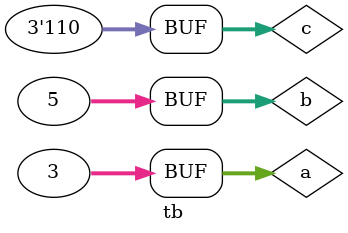
<source format=v>
`include "alu.v"
`timescale 1ns/1ps
module tb;

    reg[31 : 0] a, b;
    reg [2 : 0] c;

    ALU dut(.SrcA(a), .SrcB(b), .ALUControl(c));


    initial begin
        $dumpfile("testbench.vcd");
        $dumpvars(0, tb);

        a = 2;
        b = 3;
        c = 2;
        #5;
        a = 3;
        b = 5;
        c = 6;
        #10;

    end

endmodule
</source>
